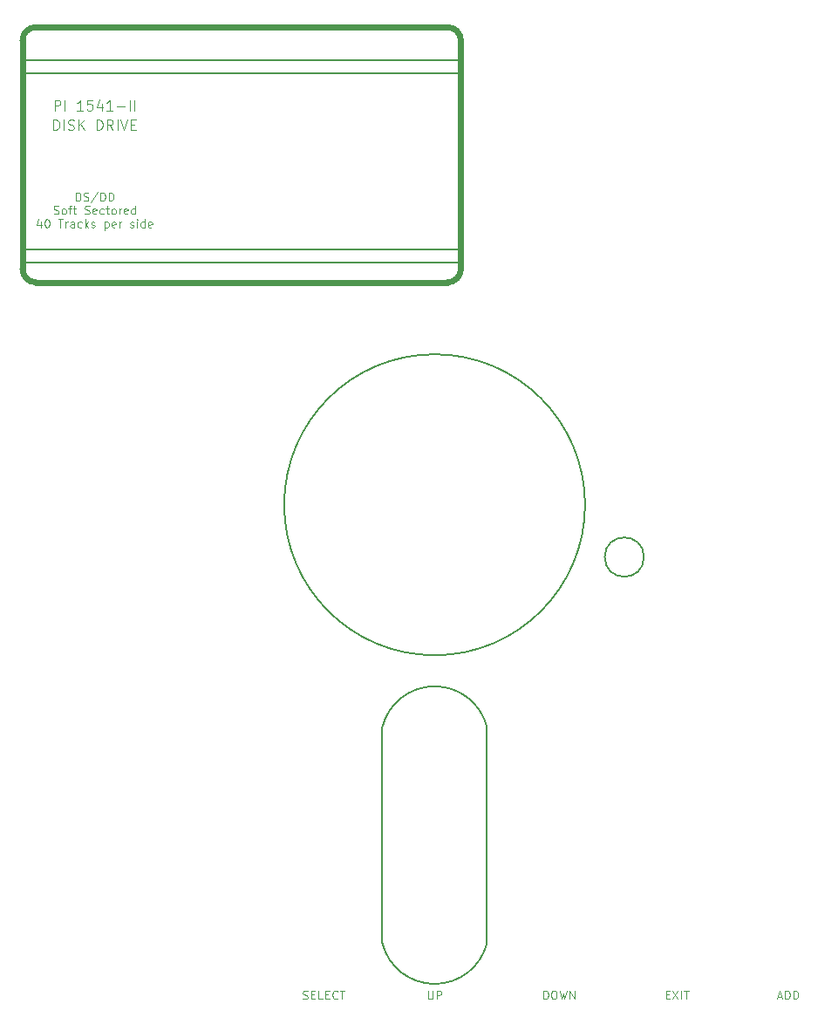
<source format=gto>
G04 #@! TF.GenerationSoftware,KiCad,Pcbnew,(5.1.5)-3*
G04 #@! TF.CreationDate,2020-06-19T22:59:50+02:00*
G04 #@! TF.ProjectId,C64 Pi1541-II Faceplate,43363420-5069-4313-9534-312d49492046,rev?*
G04 #@! TF.SameCoordinates,Original*
G04 #@! TF.FileFunction,Legend,Top*
G04 #@! TF.FilePolarity,Positive*
%FSLAX46Y46*%
G04 Gerber Fmt 4.6, Leading zero omitted, Abs format (unit mm)*
G04 Created by KiCad (PCBNEW (5.1.5)-3) date 2020-06-19 22:59:50*
%MOMM*%
%LPD*%
G04 APERTURE LIST*
%ADD10C,0.100000*%
%ADD11C,0.150000*%
%ADD12C,0.600000*%
G04 APERTURE END LIST*
D10*
X154584523Y-151263333D02*
X154965476Y-151263333D01*
X154508333Y-151491904D02*
X154775000Y-150691904D01*
X155041666Y-151491904D01*
X155308333Y-151491904D02*
X155308333Y-150691904D01*
X155498809Y-150691904D01*
X155613095Y-150730000D01*
X155689285Y-150806190D01*
X155727380Y-150882380D01*
X155765476Y-151034761D01*
X155765476Y-151149047D01*
X155727380Y-151301428D01*
X155689285Y-151377619D01*
X155613095Y-151453809D01*
X155498809Y-151491904D01*
X155308333Y-151491904D01*
X156108333Y-151491904D02*
X156108333Y-150691904D01*
X156298809Y-150691904D01*
X156413095Y-150730000D01*
X156489285Y-150806190D01*
X156527380Y-150882380D01*
X156565476Y-151034761D01*
X156565476Y-151149047D01*
X156527380Y-151301428D01*
X156489285Y-151377619D01*
X156413095Y-151453809D01*
X156298809Y-151491904D01*
X156108333Y-151491904D01*
X143732380Y-151072857D02*
X143999047Y-151072857D01*
X144113333Y-151491904D02*
X143732380Y-151491904D01*
X143732380Y-150691904D01*
X144113333Y-150691904D01*
X144380000Y-150691904D02*
X144913333Y-151491904D01*
X144913333Y-150691904D02*
X144380000Y-151491904D01*
X145218095Y-151491904D02*
X145218095Y-150691904D01*
X145484761Y-150691904D02*
X145941904Y-150691904D01*
X145713333Y-151491904D02*
X145713333Y-150691904D01*
X131845238Y-151491904D02*
X131845238Y-150691904D01*
X132035714Y-150691904D01*
X132150000Y-150730000D01*
X132226190Y-150806190D01*
X132264285Y-150882380D01*
X132302380Y-151034761D01*
X132302380Y-151149047D01*
X132264285Y-151301428D01*
X132226190Y-151377619D01*
X132150000Y-151453809D01*
X132035714Y-151491904D01*
X131845238Y-151491904D01*
X132797619Y-150691904D02*
X132950000Y-150691904D01*
X133026190Y-150730000D01*
X133102380Y-150806190D01*
X133140476Y-150958571D01*
X133140476Y-151225238D01*
X133102380Y-151377619D01*
X133026190Y-151453809D01*
X132950000Y-151491904D01*
X132797619Y-151491904D01*
X132721428Y-151453809D01*
X132645238Y-151377619D01*
X132607142Y-151225238D01*
X132607142Y-150958571D01*
X132645238Y-150806190D01*
X132721428Y-150730000D01*
X132797619Y-150691904D01*
X133407142Y-150691904D02*
X133597619Y-151491904D01*
X133750000Y-150920476D01*
X133902380Y-151491904D01*
X134092857Y-150691904D01*
X134397619Y-151491904D02*
X134397619Y-150691904D01*
X134854761Y-151491904D01*
X134854761Y-150691904D01*
X120656428Y-150691904D02*
X120656428Y-151339523D01*
X120694523Y-151415714D01*
X120732619Y-151453809D01*
X120808809Y-151491904D01*
X120961190Y-151491904D01*
X121037380Y-151453809D01*
X121075476Y-151415714D01*
X121113571Y-151339523D01*
X121113571Y-150691904D01*
X121494523Y-151491904D02*
X121494523Y-150691904D01*
X121799285Y-150691904D01*
X121875476Y-150730000D01*
X121913571Y-150768095D01*
X121951666Y-150844285D01*
X121951666Y-150958571D01*
X121913571Y-151034761D01*
X121875476Y-151072857D01*
X121799285Y-151110952D01*
X121494523Y-151110952D01*
X108509047Y-151453809D02*
X108623333Y-151491904D01*
X108813809Y-151491904D01*
X108890000Y-151453809D01*
X108928095Y-151415714D01*
X108966190Y-151339523D01*
X108966190Y-151263333D01*
X108928095Y-151187142D01*
X108890000Y-151149047D01*
X108813809Y-151110952D01*
X108661428Y-151072857D01*
X108585238Y-151034761D01*
X108547142Y-150996666D01*
X108509047Y-150920476D01*
X108509047Y-150844285D01*
X108547142Y-150768095D01*
X108585238Y-150730000D01*
X108661428Y-150691904D01*
X108851904Y-150691904D01*
X108966190Y-150730000D01*
X109309047Y-151072857D02*
X109575714Y-151072857D01*
X109690000Y-151491904D02*
X109309047Y-151491904D01*
X109309047Y-150691904D01*
X109690000Y-150691904D01*
X110413809Y-151491904D02*
X110032857Y-151491904D01*
X110032857Y-150691904D01*
X110680476Y-151072857D02*
X110947142Y-151072857D01*
X111061428Y-151491904D02*
X110680476Y-151491904D01*
X110680476Y-150691904D01*
X111061428Y-150691904D01*
X111861428Y-151415714D02*
X111823333Y-151453809D01*
X111709047Y-151491904D01*
X111632857Y-151491904D01*
X111518571Y-151453809D01*
X111442380Y-151377619D01*
X111404285Y-151301428D01*
X111366190Y-151149047D01*
X111366190Y-151034761D01*
X111404285Y-150882380D01*
X111442380Y-150806190D01*
X111518571Y-150730000D01*
X111632857Y-150691904D01*
X111709047Y-150691904D01*
X111823333Y-150730000D01*
X111861428Y-150768095D01*
X112090000Y-150691904D02*
X112547142Y-150691904D01*
X112318571Y-151491904D02*
X112318571Y-150691904D01*
X84288809Y-67127380D02*
X84288809Y-66127380D01*
X84526904Y-66127380D01*
X84669761Y-66175000D01*
X84765000Y-66270238D01*
X84812619Y-66365476D01*
X84860238Y-66555952D01*
X84860238Y-66698809D01*
X84812619Y-66889285D01*
X84765000Y-66984523D01*
X84669761Y-67079761D01*
X84526904Y-67127380D01*
X84288809Y-67127380D01*
X85288809Y-67127380D02*
X85288809Y-66127380D01*
X85717380Y-67079761D02*
X85860238Y-67127380D01*
X86098333Y-67127380D01*
X86193571Y-67079761D01*
X86241190Y-67032142D01*
X86288809Y-66936904D01*
X86288809Y-66841666D01*
X86241190Y-66746428D01*
X86193571Y-66698809D01*
X86098333Y-66651190D01*
X85907857Y-66603571D01*
X85812619Y-66555952D01*
X85765000Y-66508333D01*
X85717380Y-66413095D01*
X85717380Y-66317857D01*
X85765000Y-66222619D01*
X85812619Y-66175000D01*
X85907857Y-66127380D01*
X86145952Y-66127380D01*
X86288809Y-66175000D01*
X86717380Y-67127380D02*
X86717380Y-66127380D01*
X87288809Y-67127380D02*
X86860238Y-66555952D01*
X87288809Y-66127380D02*
X86717380Y-66698809D01*
X88479285Y-67127380D02*
X88479285Y-66127380D01*
X88717380Y-66127380D01*
X88860238Y-66175000D01*
X88955476Y-66270238D01*
X89003095Y-66365476D01*
X89050714Y-66555952D01*
X89050714Y-66698809D01*
X89003095Y-66889285D01*
X88955476Y-66984523D01*
X88860238Y-67079761D01*
X88717380Y-67127380D01*
X88479285Y-67127380D01*
X90050714Y-67127380D02*
X89717380Y-66651190D01*
X89479285Y-67127380D02*
X89479285Y-66127380D01*
X89860238Y-66127380D01*
X89955476Y-66175000D01*
X90003095Y-66222619D01*
X90050714Y-66317857D01*
X90050714Y-66460714D01*
X90003095Y-66555952D01*
X89955476Y-66603571D01*
X89860238Y-66651190D01*
X89479285Y-66651190D01*
X90479285Y-67127380D02*
X90479285Y-66127380D01*
X90812619Y-66127380D02*
X91145952Y-67127380D01*
X91479285Y-66127380D01*
X91812619Y-66603571D02*
X92145952Y-66603571D01*
X92288809Y-67127380D02*
X91812619Y-67127380D01*
X91812619Y-66127380D01*
X92288809Y-66127380D01*
X84384047Y-65222380D02*
X84384047Y-64222380D01*
X84765000Y-64222380D01*
X84860238Y-64270000D01*
X84907857Y-64317619D01*
X84955476Y-64412857D01*
X84955476Y-64555714D01*
X84907857Y-64650952D01*
X84860238Y-64698571D01*
X84765000Y-64746190D01*
X84384047Y-64746190D01*
X85384047Y-65222380D02*
X85384047Y-64222380D01*
X87145952Y-65222380D02*
X86574523Y-65222380D01*
X86860238Y-65222380D02*
X86860238Y-64222380D01*
X86765000Y-64365238D01*
X86669761Y-64460476D01*
X86574523Y-64508095D01*
X88050714Y-64222380D02*
X87574523Y-64222380D01*
X87526904Y-64698571D01*
X87574523Y-64650952D01*
X87669761Y-64603333D01*
X87907857Y-64603333D01*
X88003095Y-64650952D01*
X88050714Y-64698571D01*
X88098333Y-64793809D01*
X88098333Y-65031904D01*
X88050714Y-65127142D01*
X88003095Y-65174761D01*
X87907857Y-65222380D01*
X87669761Y-65222380D01*
X87574523Y-65174761D01*
X87526904Y-65127142D01*
X88955476Y-64555714D02*
X88955476Y-65222380D01*
X88717380Y-64174761D02*
X88479285Y-64889047D01*
X89098333Y-64889047D01*
X90003095Y-65222380D02*
X89431666Y-65222380D01*
X89717380Y-65222380D02*
X89717380Y-64222380D01*
X89622142Y-64365238D01*
X89526904Y-64460476D01*
X89431666Y-64508095D01*
X90431666Y-64841428D02*
X91193571Y-64841428D01*
X91669761Y-65222380D02*
X91669761Y-64222380D01*
X92145952Y-65222380D02*
X92145952Y-64222380D01*
D11*
X81280000Y-78740000D02*
X123825000Y-78740000D01*
X81280000Y-80010000D02*
X123825000Y-80010000D01*
D10*
X86455476Y-73991904D02*
X86455476Y-73191904D01*
X86645952Y-73191904D01*
X86760238Y-73230000D01*
X86836428Y-73306190D01*
X86874523Y-73382380D01*
X86912619Y-73534761D01*
X86912619Y-73649047D01*
X86874523Y-73801428D01*
X86836428Y-73877619D01*
X86760238Y-73953809D01*
X86645952Y-73991904D01*
X86455476Y-73991904D01*
X87217380Y-73953809D02*
X87331666Y-73991904D01*
X87522142Y-73991904D01*
X87598333Y-73953809D01*
X87636428Y-73915714D01*
X87674523Y-73839523D01*
X87674523Y-73763333D01*
X87636428Y-73687142D01*
X87598333Y-73649047D01*
X87522142Y-73610952D01*
X87369761Y-73572857D01*
X87293571Y-73534761D01*
X87255476Y-73496666D01*
X87217380Y-73420476D01*
X87217380Y-73344285D01*
X87255476Y-73268095D01*
X87293571Y-73230000D01*
X87369761Y-73191904D01*
X87560238Y-73191904D01*
X87674523Y-73230000D01*
X88588809Y-73153809D02*
X87903095Y-74182380D01*
X88855476Y-73991904D02*
X88855476Y-73191904D01*
X89045952Y-73191904D01*
X89160238Y-73230000D01*
X89236428Y-73306190D01*
X89274523Y-73382380D01*
X89312619Y-73534761D01*
X89312619Y-73649047D01*
X89274523Y-73801428D01*
X89236428Y-73877619D01*
X89160238Y-73953809D01*
X89045952Y-73991904D01*
X88855476Y-73991904D01*
X89655476Y-73991904D02*
X89655476Y-73191904D01*
X89845952Y-73191904D01*
X89960238Y-73230000D01*
X90036428Y-73306190D01*
X90074523Y-73382380D01*
X90112619Y-73534761D01*
X90112619Y-73649047D01*
X90074523Y-73801428D01*
X90036428Y-73877619D01*
X89960238Y-73953809D01*
X89845952Y-73991904D01*
X89655476Y-73991904D01*
X84303095Y-75253809D02*
X84417380Y-75291904D01*
X84607857Y-75291904D01*
X84684047Y-75253809D01*
X84722142Y-75215714D01*
X84760238Y-75139523D01*
X84760238Y-75063333D01*
X84722142Y-74987142D01*
X84684047Y-74949047D01*
X84607857Y-74910952D01*
X84455476Y-74872857D01*
X84379285Y-74834761D01*
X84341190Y-74796666D01*
X84303095Y-74720476D01*
X84303095Y-74644285D01*
X84341190Y-74568095D01*
X84379285Y-74530000D01*
X84455476Y-74491904D01*
X84645952Y-74491904D01*
X84760238Y-74530000D01*
X85217380Y-75291904D02*
X85141190Y-75253809D01*
X85103095Y-75215714D01*
X85065000Y-75139523D01*
X85065000Y-74910952D01*
X85103095Y-74834761D01*
X85141190Y-74796666D01*
X85217380Y-74758571D01*
X85331666Y-74758571D01*
X85407857Y-74796666D01*
X85445952Y-74834761D01*
X85484047Y-74910952D01*
X85484047Y-75139523D01*
X85445952Y-75215714D01*
X85407857Y-75253809D01*
X85331666Y-75291904D01*
X85217380Y-75291904D01*
X85712619Y-74758571D02*
X86017380Y-74758571D01*
X85826904Y-75291904D02*
X85826904Y-74606190D01*
X85865000Y-74530000D01*
X85941190Y-74491904D01*
X86017380Y-74491904D01*
X86169761Y-74758571D02*
X86474523Y-74758571D01*
X86284047Y-74491904D02*
X86284047Y-75177619D01*
X86322142Y-75253809D01*
X86398333Y-75291904D01*
X86474523Y-75291904D01*
X87312619Y-75253809D02*
X87426904Y-75291904D01*
X87617380Y-75291904D01*
X87693571Y-75253809D01*
X87731666Y-75215714D01*
X87769761Y-75139523D01*
X87769761Y-75063333D01*
X87731666Y-74987142D01*
X87693571Y-74949047D01*
X87617380Y-74910952D01*
X87465000Y-74872857D01*
X87388809Y-74834761D01*
X87350714Y-74796666D01*
X87312619Y-74720476D01*
X87312619Y-74644285D01*
X87350714Y-74568095D01*
X87388809Y-74530000D01*
X87465000Y-74491904D01*
X87655476Y-74491904D01*
X87769761Y-74530000D01*
X88417380Y-75253809D02*
X88341190Y-75291904D01*
X88188809Y-75291904D01*
X88112619Y-75253809D01*
X88074523Y-75177619D01*
X88074523Y-74872857D01*
X88112619Y-74796666D01*
X88188809Y-74758571D01*
X88341190Y-74758571D01*
X88417380Y-74796666D01*
X88455476Y-74872857D01*
X88455476Y-74949047D01*
X88074523Y-75025238D01*
X89141190Y-75253809D02*
X89065000Y-75291904D01*
X88912619Y-75291904D01*
X88836428Y-75253809D01*
X88798333Y-75215714D01*
X88760238Y-75139523D01*
X88760238Y-74910952D01*
X88798333Y-74834761D01*
X88836428Y-74796666D01*
X88912619Y-74758571D01*
X89065000Y-74758571D01*
X89141190Y-74796666D01*
X89369761Y-74758571D02*
X89674523Y-74758571D01*
X89484047Y-74491904D02*
X89484047Y-75177619D01*
X89522142Y-75253809D01*
X89598333Y-75291904D01*
X89674523Y-75291904D01*
X90055476Y-75291904D02*
X89979285Y-75253809D01*
X89941190Y-75215714D01*
X89903095Y-75139523D01*
X89903095Y-74910952D01*
X89941190Y-74834761D01*
X89979285Y-74796666D01*
X90055476Y-74758571D01*
X90169761Y-74758571D01*
X90245952Y-74796666D01*
X90284047Y-74834761D01*
X90322142Y-74910952D01*
X90322142Y-75139523D01*
X90284047Y-75215714D01*
X90245952Y-75253809D01*
X90169761Y-75291904D01*
X90055476Y-75291904D01*
X90665000Y-75291904D02*
X90665000Y-74758571D01*
X90665000Y-74910952D02*
X90703095Y-74834761D01*
X90741190Y-74796666D01*
X90817380Y-74758571D01*
X90893571Y-74758571D01*
X91465000Y-75253809D02*
X91388809Y-75291904D01*
X91236428Y-75291904D01*
X91160238Y-75253809D01*
X91122142Y-75177619D01*
X91122142Y-74872857D01*
X91160238Y-74796666D01*
X91236428Y-74758571D01*
X91388809Y-74758571D01*
X91465000Y-74796666D01*
X91503095Y-74872857D01*
X91503095Y-74949047D01*
X91122142Y-75025238D01*
X92188809Y-75291904D02*
X92188809Y-74491904D01*
X92188809Y-75253809D02*
X92112619Y-75291904D01*
X91960238Y-75291904D01*
X91884047Y-75253809D01*
X91845952Y-75215714D01*
X91807857Y-75139523D01*
X91807857Y-74910952D01*
X91845952Y-74834761D01*
X91884047Y-74796666D01*
X91960238Y-74758571D01*
X92112619Y-74758571D01*
X92188809Y-74796666D01*
X83045952Y-76058571D02*
X83045952Y-76591904D01*
X82855476Y-75753809D02*
X82665000Y-76325238D01*
X83160238Y-76325238D01*
X83617380Y-75791904D02*
X83693571Y-75791904D01*
X83769761Y-75830000D01*
X83807857Y-75868095D01*
X83845952Y-75944285D01*
X83884047Y-76096666D01*
X83884047Y-76287142D01*
X83845952Y-76439523D01*
X83807857Y-76515714D01*
X83769761Y-76553809D01*
X83693571Y-76591904D01*
X83617380Y-76591904D01*
X83541190Y-76553809D01*
X83503095Y-76515714D01*
X83465000Y-76439523D01*
X83426904Y-76287142D01*
X83426904Y-76096666D01*
X83465000Y-75944285D01*
X83503095Y-75868095D01*
X83541190Y-75830000D01*
X83617380Y-75791904D01*
X84722142Y-75791904D02*
X85179285Y-75791904D01*
X84950714Y-76591904D02*
X84950714Y-75791904D01*
X85445952Y-76591904D02*
X85445952Y-76058571D01*
X85445952Y-76210952D02*
X85484047Y-76134761D01*
X85522142Y-76096666D01*
X85598333Y-76058571D01*
X85674523Y-76058571D01*
X86284047Y-76591904D02*
X86284047Y-76172857D01*
X86245952Y-76096666D01*
X86169761Y-76058571D01*
X86017380Y-76058571D01*
X85941190Y-76096666D01*
X86284047Y-76553809D02*
X86207857Y-76591904D01*
X86017380Y-76591904D01*
X85941190Y-76553809D01*
X85903095Y-76477619D01*
X85903095Y-76401428D01*
X85941190Y-76325238D01*
X86017380Y-76287142D01*
X86207857Y-76287142D01*
X86284047Y-76249047D01*
X87007857Y-76553809D02*
X86931666Y-76591904D01*
X86779285Y-76591904D01*
X86703095Y-76553809D01*
X86665000Y-76515714D01*
X86626904Y-76439523D01*
X86626904Y-76210952D01*
X86665000Y-76134761D01*
X86703095Y-76096666D01*
X86779285Y-76058571D01*
X86931666Y-76058571D01*
X87007857Y-76096666D01*
X87350714Y-76591904D02*
X87350714Y-75791904D01*
X87426904Y-76287142D02*
X87655476Y-76591904D01*
X87655476Y-76058571D02*
X87350714Y-76363333D01*
X87960238Y-76553809D02*
X88036428Y-76591904D01*
X88188809Y-76591904D01*
X88265000Y-76553809D01*
X88303095Y-76477619D01*
X88303095Y-76439523D01*
X88265000Y-76363333D01*
X88188809Y-76325238D01*
X88074523Y-76325238D01*
X87998333Y-76287142D01*
X87960238Y-76210952D01*
X87960238Y-76172857D01*
X87998333Y-76096666D01*
X88074523Y-76058571D01*
X88188809Y-76058571D01*
X88265000Y-76096666D01*
X89255476Y-76058571D02*
X89255476Y-76858571D01*
X89255476Y-76096666D02*
X89331666Y-76058571D01*
X89484047Y-76058571D01*
X89560238Y-76096666D01*
X89598333Y-76134761D01*
X89636428Y-76210952D01*
X89636428Y-76439523D01*
X89598333Y-76515714D01*
X89560238Y-76553809D01*
X89484047Y-76591904D01*
X89331666Y-76591904D01*
X89255476Y-76553809D01*
X90284047Y-76553809D02*
X90207857Y-76591904D01*
X90055476Y-76591904D01*
X89979285Y-76553809D01*
X89941190Y-76477619D01*
X89941190Y-76172857D01*
X89979285Y-76096666D01*
X90055476Y-76058571D01*
X90207857Y-76058571D01*
X90284047Y-76096666D01*
X90322142Y-76172857D01*
X90322142Y-76249047D01*
X89941190Y-76325238D01*
X90665000Y-76591904D02*
X90665000Y-76058571D01*
X90665000Y-76210952D02*
X90703095Y-76134761D01*
X90741190Y-76096666D01*
X90817380Y-76058571D01*
X90893571Y-76058571D01*
X91731666Y-76553809D02*
X91807857Y-76591904D01*
X91960238Y-76591904D01*
X92036428Y-76553809D01*
X92074523Y-76477619D01*
X92074523Y-76439523D01*
X92036428Y-76363333D01*
X91960238Y-76325238D01*
X91845952Y-76325238D01*
X91769761Y-76287142D01*
X91731666Y-76210952D01*
X91731666Y-76172857D01*
X91769761Y-76096666D01*
X91845952Y-76058571D01*
X91960238Y-76058571D01*
X92036428Y-76096666D01*
X92417380Y-76591904D02*
X92417380Y-76058571D01*
X92417380Y-75791904D02*
X92379285Y-75830000D01*
X92417380Y-75868095D01*
X92455476Y-75830000D01*
X92417380Y-75791904D01*
X92417380Y-75868095D01*
X93141190Y-76591904D02*
X93141190Y-75791904D01*
X93141190Y-76553809D02*
X93065000Y-76591904D01*
X92912619Y-76591904D01*
X92836428Y-76553809D01*
X92798333Y-76515714D01*
X92760238Y-76439523D01*
X92760238Y-76210952D01*
X92798333Y-76134761D01*
X92836428Y-76096666D01*
X92912619Y-76058571D01*
X93065000Y-76058571D01*
X93141190Y-76096666D01*
X93826904Y-76553809D02*
X93750714Y-76591904D01*
X93598333Y-76591904D01*
X93522142Y-76553809D01*
X93484047Y-76477619D01*
X93484047Y-76172857D01*
X93522142Y-76096666D01*
X93598333Y-76058571D01*
X93750714Y-76058571D01*
X93826904Y-76096666D01*
X93865000Y-76172857D01*
X93865000Y-76249047D01*
X93484047Y-76325238D01*
D11*
X81280000Y-60325000D02*
X123825000Y-60325000D01*
X81280000Y-61595000D02*
X123825000Y-61595000D01*
D12*
X81280000Y-80645000D02*
X81280000Y-58420000D01*
X122555000Y-81915000D02*
X82550000Y-81915000D01*
X123825000Y-58420000D02*
X123825000Y-80645000D01*
X82550000Y-57150000D02*
X122555000Y-57150000D01*
X82550000Y-81915000D02*
G75*
G02X81280000Y-80645000I0J1270000D01*
G01*
X123825000Y-80645000D02*
G75*
G02X122555000Y-81915000I-1270000J0D01*
G01*
X122555000Y-57150000D02*
G75*
G02X123825000Y-58420000I0J-1270000D01*
G01*
X81280000Y-58420000D02*
G75*
G02X82550000Y-57150000I1270000J0D01*
G01*
D11*
X141605000Y-108585000D02*
G75*
G03X141605000Y-108585000I-1905000J0D01*
G01*
X135890000Y-103505000D02*
G75*
G03X135890000Y-103505000I-14605000J0D01*
G01*
X126365000Y-125095000D02*
X126365000Y-146050000D01*
X116205000Y-146050000D02*
X116205000Y-125095000D01*
X116205000Y-125095000D02*
G75*
G02X126365000Y-125095000I5080000J-1270000D01*
G01*
X126365000Y-146050000D02*
G75*
G02X116205000Y-146050000I-5080000J1270000D01*
G01*
M02*

</source>
